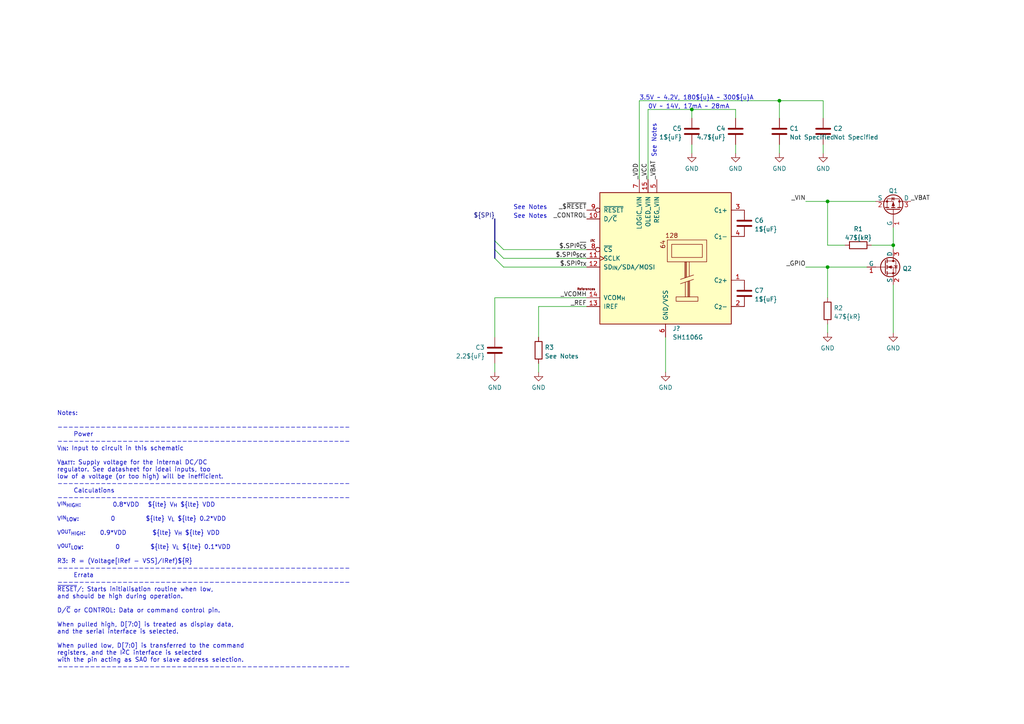
<source format=kicad_sch>
(kicad_sch (version 20211123) (generator eeschema)
  (paper "A4")
  (lib_symbols
    (symbol "0._Project:REF_FDN335N" (pin_names (offset 0))
      (property "Reference" "REF!" (at 5.207 0.8347 0))
      (property "Value" "REF_FDN335N" (at 5.207 -1.7022 0))
      (symbol "REF_FDN335N_0_1"
        (polyline (pts (xy 0.254 0) (xy -2.54 0)))
        (polyline (pts (xy 0.254 1.905) (xy 0.254 -1.905)) (stroke (width 0.254)))
        (polyline (pts (xy 0.762 -1.27) (xy 0.762 -2.286)) (stroke (width 0.254)))
        (polyline (pts (xy 0.762 0.508) (xy 0.762 -0.508)) (stroke (width 0.254)))
        (polyline (pts (xy 0.762 2.286) (xy 0.762 1.27)) (stroke (width 0.254)))
        (polyline (pts (xy 2.54 2.54) (xy 2.54 1.778)))
        (polyline (pts (xy 2.54 -2.54) (xy 2.54 0) (xy 0.762 0)))
        (polyline (pts (xy 0.762 -1.778) (xy 3.302 -1.778) (xy 3.302 1.778) (xy 0.762 1.778)))
        (polyline (pts (xy 1.016 0) (xy 2.032 0.381) (xy 2.032 -0.381) (xy 1.016 0)) (fill (type outline)))
        (polyline (pts (xy 2.794 0.508) (xy 2.921 0.381) (xy 3.683 0.381) (xy 3.81 0.254)))
        (polyline (pts (xy 3.302 0.381) (xy 2.921 -0.254) (xy 3.683 -0.254) (xy 3.302 0.381)))
        (circle (center 1.651 0) (radius 2.794) (stroke (width 0.254)))
        (circle (center 2.54 -1.778) (radius 0.254) (fill (type outline)))
        (circle (center 2.54 1.778) (radius 0.254) (fill (type outline)))
      )
      (symbol "REF_FDN335N_1_1"
        (pin input line (at -5.08 0 0) (length 2.54) (name "G") (number "1"))
        (pin passive line (at 2.54 -5.08 90) (length 2.54) (name "S") (number "2"))
        (pin passive line (at 2.54 5.08 270) (length 2.54) (name "D") (number "3"))
      )
    )
    (symbol "0._Project:REF_FDN338P" (pin_names (offset 0))
      (property "Reference" "REF!" (at 2.667 2.1047 0))
      (property "Value" "REF_FDN338P" (at 2.667 -0.4322 0))
      (symbol "REF_FDN338P_0_1"
        (circle (center -0.889 0) (radius 2.794) (stroke (width 0.254)))
        (circle (center 0 -1.778) (radius 0.254) (fill (type outline)))
        (polyline (pts (xy -2.286 0) (xy -5.08 0)))
        (polyline (pts (xy -2.286 1.905) (xy -2.286 -1.905)) (stroke (width 0.254)))
        (polyline (pts (xy -1.778 -1.27) (xy -1.778 -2.286)) (stroke (width 0.254)))
        (polyline (pts (xy -1.778 0.508) (xy -1.778 -0.508)) (stroke (width 0.254)))
        (polyline (pts (xy -1.778 2.286) (xy -1.778 1.27)) (stroke (width 0.254)))
        (polyline (pts (xy 0 2.54) (xy 0 1.778)))
        (polyline (pts (xy 0 -2.54) (xy 0 0) (xy -1.778 0)))
        (polyline (pts (xy -1.778 1.778) (xy 0.762 1.778) (xy 0.762 -1.778) (xy -1.778 -1.778)))
        (polyline (pts (xy -0.254 0) (xy -1.27 0.381) (xy -1.27 -0.381) (xy -0.254 0)) (fill (type outline)))
        (polyline (pts (xy 0.254 -0.508) (xy 0.381 -0.381) (xy 1.143 -0.381) (xy 1.27 -0.254)))
        (polyline (pts (xy 0.762 -0.381) (xy 0.381 0.254) (xy 1.143 0.254) (xy 0.762 -0.381)))
        (circle (center 0 1.778) (radius 0.254) (fill (type outline)))
      )
      (symbol "REF_FDN338P_1_1"
        (pin input line (at -7.62 0 0) (length 2.54) (name "G") (number "1"))
        (pin passive line (at 0 -5.08 90) (length 2.54) (name "S") (number "2"))
        (pin passive line (at 0 5.08 270) (length 2.54) (name "D") (number "3"))
      )
    )
    (symbol "0._Project:SH1106G" (pin_names (offset 1.016))
      (property "Reference" "J" (at 0 3.81 0))
      (property "Value" "SH1106G" (at 0 1.27 0))
      (symbol "SH1106G_0_0"
        (polyline (pts (xy 23.368 -26.416) (xy 27.178 -25.146)))
        (polyline (pts (xy 23.368 -25.146) (xy 27.178 -23.876)))
        (polyline (pts (xy 24.638 -24.638) (xy 24.638 -20.066)))
        (polyline (pts (xy 24.765 -26.035) (xy 24.765 -30.226)))
        (polyline (pts (xy 24.892 -24.638) (xy 24.892 -20.066)))
        (polyline (pts (xy 25.146 -24.511) (xy 25.146 -20.066)))
        (polyline (pts (xy 25.527 -25.781) (xy 25.527 -30.226)))
        (polyline (pts (xy 25.781 -25.654) (xy 25.781 -30.226)))
        (polyline (pts (xy 25.908 -24.257) (xy 25.908 -20.066)))
        (polyline (pts (xy 26.035 -25.654) (xy 26.035 -30.226)))
        (rectangle (start 0 0) (end 38.1 -38.1) (stroke (width 0.254)) (fill (type background)))
        (rectangle (start 19.558 -13.716) (end 30.988 -20.066))
        (rectangle (start 20.828 -18.796) (end 29.718 -14.986))
        (rectangle (start 22.098 -30.226) (end 28.448 -31.496))
        (text "128" (at 20.828 -12.446 0) (effects (font (size 1.27 1.27))))
        (text "64" (at 18.288 -14.986 900) (effects (font (size 1.27 1.27))))
        (text "I^{2}C" (at -1.27 -13.97 0) (effects (font (size 0.635 0.635)) (justify right)))
        (text "References" (at -1.27 -27.94 0) (effects (font (size 0.635 0.635)) (justify right)))
        (pin input line (at 41.91 -25.4 180) (length 3.81) (name "C_{2}+") (number "1"))
        (pin passive line (at -3.81 -7.62 0) (length 3.81) (name "D/~{C}") (number "10"))
        (pin input clock (at -3.81 -19.05 0) (length 3.81) (name "SCLK") (number "11"))
        (pin bidirectional line (at -3.81 -21.59 0) (length 3.81) (name "SD_{IN}/SDA/MOSI") (number "12"))
        (pin input line (at -3.81 -33.02 0) (length 3.81) (name "IREF") (number "13"))
        (pin output line (at -3.81 -30.48 0) (length 3.81) (name "VCOM_{H}") (number "14"))
        (pin power_in line (at 13.97 3.81 270) (length 3.81) (name "OLED_VIN") (number "15"))
        (pin power_in line (at 19.05 -41.91 90) (length 3.81) hide (name "GND/VSS") (number "16"))
        (pin input line (at 41.91 -33.02 180) (length 3.81) (name "C_{2}-") (number "2"))
        (pin input line (at 41.91 -5.08 180) (length 3.81) (name "C_{1}+") (number "3"))
        (pin input line (at 41.91 -12.7 180) (length 3.81) (name "C_{1}-") (number "4"))
        (pin power_in line (at 16.51 3.81 270) (length 3.81) (name "REG_VIN") (number "5"))
        (pin power_in line (at 19.05 -41.91 90) (length 3.81) (name "GND/VSS") (number "6"))
        (pin power_in line (at 11.43 3.81 270) (length 3.81) (name "LOGIC_VIN") (number "7"))
        (pin input inverted (at -3.81 -16.51 0) (length 3.81) (name "~{CS}") (number "8"))
        (pin input inverted (at -3.81 -5.08 0) (length 3.81) (name "~{RESET}") (number "9"))
      )
    )
    (symbol "4ms_Power-symbol:GND" (power) (pin_names (offset 0))
      (property "Value" "GND" (at 0 -3.81 0))
      (symbol "GND_0_1"
        (polyline (pts (xy 0 0) (xy 0 -1.27) (xy 1.27 -1.27) (xy 0 -2.54) (xy -1.27 -1.27) (xy 0 -1.27)))
      )
      (symbol "GND_1_1"
        (pin power_in line (at 0 0 270) (length 0) hide (name "GND") (number "1"))
      )
    )
    (symbol "Device:C" (pin_numbers hide) (pin_names (offset 0.254))
      (property "Reference" "C" (at 0.635 2.54 0))
      (property "Value" "C" (at 0.635 -2.54 0))
      (symbol "C_0_1"
        (polyline (pts (xy -2.032 -0.762) (xy 2.032 -0.762)) (stroke (width 0.508)))
        (polyline (pts (xy -2.032 0.762) (xy 2.032 0.762)) (stroke (width 0.508)))
      )
      (symbol "C_1_1"
        (pin passive line (at 0 3.81 270) (length 2.794) (name "~") (number "1"))
        (pin passive line (at 0 -3.81 90) (length 2.794) (name "~") (number "2"))
      )
    )
    (symbol "Device:R" (pin_numbers hide) (pin_names (offset 0))
      (property "Reference" "R" (at 2.032 0 90))
      (property "Value" "R" (at 0 0 90))
      (symbol "R_0_1"
        (rectangle (start -1.016 -2.54) (end 1.016 2.54) (stroke (width 0.254)))
      )
      (symbol "R_1_1"
        (pin passive line (at 0 3.81 270) (length 1.27) (name "~") (number "1"))
        (pin passive line (at 0 -3.81 90) (length 1.27) (name "~") (number "2"))
      )
    )
  )
  (junction (at 240.03 58.42))
  (junction (at 259.08 71.12))
  (junction (at 240.03 77.47))
  (junction (at 200.66 31.75))
  (junction (at 226.06 29.21))
  (bus_entry (at 143.51 69.85) (size 2.54 2.54))
  (bus_entry (at 143.51 74.93) (size 2.54 2.54))
  (bus_entry (at 143.51 72.39) (size 2.54 2.54))
  (wire (pts (xy 143.51 86.36) (xy 170.18 86.36)))
  (wire (pts (xy 213.36 34.29) (xy 213.36 31.75)))
  (wire (pts (xy 187.96 31.75) (xy 187.96 52.07)))
  (wire (pts (xy 226.06 29.21) (xy 185.42 29.21)))
  (wire (pts (xy 259.08 82.55) (xy 259.08 96.52)))
  (wire (pts (xy 240.03 93.98) (xy 240.03 96.52)))
  (wire (pts (xy 240.03 58.42) (xy 240.03 71.12)))
  (wire (pts (xy 156.21 97.79) (xy 156.21 88.9)))
  (bus (pts (xy 143.51 63.5) (xy 143.51 69.85)))
  (wire (pts (xy 193.04 107.95) (xy 193.04 97.79)))
  (wire (pts (xy 259.08 71.12) (xy 259.08 72.39)))
  (wire (pts (xy 238.76 41.91) (xy 238.76 44.45)))
  (wire (pts (xy 226.06 34.29) (xy 226.06 29.21)))
  (wire (pts (xy 226.06 41.91) (xy 226.06 44.45)))
  (wire (pts (xy 233.68 77.47) (xy 240.03 77.47)))
  (wire (pts (xy 146.05 77.47) (xy 170.18 77.47)))
  (wire (pts (xy 200.66 31.75) (xy 187.96 31.75)))
  (wire (pts (xy 213.36 41.91) (xy 213.36 44.45)))
  (wire (pts (xy 213.36 31.75) (xy 200.66 31.75)))
  (wire (pts (xy 238.76 29.21) (xy 226.06 29.21)))
  (wire (pts (xy 200.66 34.29) (xy 200.66 31.75)))
  (wire (pts (xy 146.05 72.39) (xy 170.18 72.39)))
  (wire (pts (xy 238.76 34.29) (xy 238.76 29.21)))
  (wire (pts (xy 156.21 105.41) (xy 156.21 107.95)))
  (wire (pts (xy 146.05 74.93) (xy 170.18 74.93)))
  (wire (pts (xy 240.03 58.42) (xy 233.68 58.42)))
  (wire (pts (xy 143.51 105.41) (xy 143.51 107.95)))
  (wire (pts (xy 259.08 71.12) (xy 252.73 71.12)))
  (wire (pts (xy 251.46 77.47) (xy 240.03 77.47)))
  (wire (pts (xy 156.21 88.9) (xy 170.18 88.9)))
  (wire (pts (xy 240.03 77.47) (xy 240.03 86.36)))
  (wire (pts (xy 259.08 66.04) (xy 259.08 71.12)))
  (wire (pts (xy 185.42 29.21) (xy 185.42 52.07)))
  (wire (pts (xy 200.66 41.91) (xy 200.66 44.45)))
  (wire (pts (xy 240.03 71.12) (xy 245.11 71.12)))
  (bus (pts (xy 143.51 69.85) (xy 143.51 72.39)))
  (wire (pts (xy 240.03 58.42) (xy 254 58.42)))
  (wire (pts (xy 143.51 97.79) (xy 143.51 86.36)))
  (bus (pts (xy 143.51 72.39) (xy 143.51 74.93)))
  (text "3.5V ~ 4.2V, 180${u}A ~ 300${u}A" (at 185.42 29.21 0) (effects (font (size 1.27 1.27)) (justify left bottom)))
  (text "Notes:\n\n------------------------------------------------------\n	Power \n------------------------------------------------------\nV_{IN}: Input to circuit in this schematic\n\nV_{BATT}: Supply voltage for the internal DC/DC\nregulator. See datasheet for ideal inputs, too\nlow of a voltage (or too high) will be inefficient.\n------------------------------------------------------\n	Calculations \n------------------------------------------------------\nV^{IN}_{HIGH}: 		0.8*VDD	${lte} V_{H} ${lte} VDD\n\nV^{IN}_{LOW}: 		0 		${lte} V_{L} ${lte} 0.2*VDD\n\nV^{OUT}_{HIGH}: 	0.9*VDD		${lte} V_{H} ${lte} VDD\n\nV^{OUT}_{LOW}: 		0		${lte} V_{L} ${lte} 0.1*VDD\n\nR3: R = (Voltage[IRef - VSS]/IRef)${R}\n------------------------------------------------------\n	Errata\n------------------------------------------------------\n~{RESET}/; Starts initialisation routine when low,\nand should be high during operation.\n\nD/~{C} or CONTROL: Data or command control pin. \n\nWhen pulled high, D[7:0] is treated as display data, \nand the serial interface is selected.\n\nWhen pulled low, D[7:0] is transferred to the command\nregisters, and the I^{2}C interface is selected\nwith the pin acting as SA0 for slave address selection.\n------------------------------------------------------\n" (at 16.51 194.31 0) (effects (font (size 1.27 1.27)) (justify left bottom)))
  (text "See Notes" (at 158.75 60.96 180) (effects (font (size 1.27 1.27)) (justify right bottom)))
  (text "See Notes" (at 190.5 45.72 90) (effects (font (size 1.27 1.27)) (justify left bottom)))
  (text "0V ~ 14V, 17mA ~ 28mA" (at 187.96 31.75 0) (effects (font (size 1.27 1.27)) (justify left bottom)))
  (text "See Notes" (at 158.75 63.5 180) (effects (font (size 1.27 1.27)) (justify right bottom)))
  (label "_VBAT" (at 264.16 58.42 0))
  (label "$.SPI^{0}_{~{CS}}" (at 170.18 72.39 180))
  (label "_$~{RESET}" (at 170.18 60.96 180))
  (label "_CONTROL" (at 170.18 63.5 180))
  (label "_GPIO" (at 233.68 77.47 180))
  (label "_VBAT" (at 190.5 52.07 90))
  (label "$.SPI^{0}_{SCK}" (at 170.18 74.93 180))
  (label "$.SPI^{0}_{TX}" (at 170.18 77.47 180))
  (label "_VCOMH" (at 170.18 86.36 180))
  (label "_VCC" (at 187.96 52.07 90))
  (label "${SPI}" (at 143.51 63.5 180))
  (label "_VDD" (at 185.42 52.07 90))
  (label "_REF" (at 170.18 88.9 180))
  (label "_VIN" (at 233.68 58.42 180))
  (symbol (lib_id "Device:C") (at 200.66 38.1 0) (mirror y) (unit 1)
    (property "Reference" "C5" (at 197.739 37.2653 0) (effects (justify left)))
    (property "Value" "1${uF}" (at 197.739 39.8022 0) (effects (justify left)))
  )
  (symbol (lib_id "4ms_Power-symbol:GND") (at 200.66 44.45 0) (mirror y) (unit 1)
    (property "Reference" "#PWR?" (effects hide))
    (property "Value" "GND" (at 200.66 48.8934 0))
  )
  (symbol (lib_id "0._Project:REF_FDN338P") (at 259.08 58.42 270) (mirror x) (unit 1)
    (property "Reference" "Q1" (at 257.7306 55.3522 90) (effects (justify left)))
    (property "Value" "REF_FDN338P" (effects hide))
    (property "Footprint" "Package_TO_SOT_SMD:SuperSOT-3" (effects hide))
    (property "Datasheet" "https://au.mouser.com/datasheet/2/308/1/FDN338P_D-1808170.pdf" (effects hide))
    (property "Vds" " 20 V " (effects hide))
    (property "Id" "1.6A (Ta)" (effects hide))
    (property "Rds On" "115${mR} @ 1.6A, 4.5V" (effects hide))
    (property "Vgs" "${+-}8V" (effects hide))
    (property "Vgs th" "1.5V @ 250µA" (effects hide))
    (property "Qg" "6.2 nC @ 4.5 V" (effects hide))
    (property "Mouser" " 512-FDN338P " (effects hide))
    (property "Digikey" "FDN338PCT-ND" (effects hide))
  )
  (symbol (lib_id "4ms_Power-symbol:GND") (at 240.03 96.52 0) (unit 1)
    (property "Reference" "#PWR?" (effects hide))
    (property "Value" "GND" (at 240.03 100.9634 0))
  )
  (symbol (lib_id "Device:R") (at 248.92 71.12 90) (unit 1)
    (property "Reference" "R1" (at 248.92 66.4042 90))
    (property "Value" "47${kR}" (at 248.92 68.9411 90))
  )
  (symbol (lib_id "4ms_Power-symbol:GND") (at 259.08 96.52 0) (unit 1)
    (property "Reference" "#PWR?" (effects hide))
    (property "Value" "GND" (at 259.08 100.9634 0))
  )
  (symbol (lib_id "Device:C") (at 213.36 38.1 0) (mirror y) (unit 1)
    (property "Reference" "C4" (at 210.439 37.2653 0) (effects (justify left)))
    (property "Value" "4.7${uF}" (at 210.439 39.8022 0) (effects (justify left)))
  )
  (symbol (lib_id "4ms_Power-symbol:GND") (at 143.51 107.95 0) (unit 1)
    (property "Reference" "#PWR?" (effects hide))
    (property "Value" "GND" (at 143.51 112.3934 0))
  )
  (symbol (lib_id "4ms_Power-symbol:GND") (at 213.36 44.45 0) (mirror y) (unit 1)
    (property "Reference" "#PWR?" (effects hide))
    (property "Value" "GND" (at 213.36 48.8934 0))
  )
  (symbol (lib_id "4ms_Power-symbol:GND") (at 193.04 107.95 0) (unit 1)
    (property "Reference" "#PWR?" (effects hide))
    (property "Value" "GND" (at 193.04 112.3934 0))
  )
  (symbol (lib_id "Device:R") (at 240.03 90.17 0) (unit 1)
    (property "Reference" "R2" (at 241.808 89.3353 0) (effects (justify left)))
    (property "Value" "47${kR}" (at 241.808 91.8722 0) (effects (justify left)))
  )
  (symbol (lib_id "4ms_Power-symbol:GND") (at 238.76 44.45 0) (unit 1)
    (property "Reference" "#PWR?" (effects hide))
    (property "Value" "GND" (at 238.76 48.8934 0))
  )
  (symbol (lib_id "4ms_Power-symbol:GND") (at 156.21 107.95 0) (unit 1)
    (property "Reference" "#PWR?" (effects hide))
    (property "Value" "GND" (at 156.21 112.3934 0))
  )
  (symbol (lib_id "Device:C") (at 143.51 101.6 0) (mirror y) (unit 1)
    (property "Reference" "C3" (at 140.589 100.7653 0) (effects (justify left)))
    (property "Value" "2.2${uF}" (at 140.589 103.3022 0) (effects (justify left)))
  )
  (symbol (lib_id "Device:C") (at 226.06 38.1 180) (unit 1)
    (property "Reference" "C1" (at 228.981 37.2653 0) (effects (justify right)))
    (property "Value" "Not Specified" (at 228.981 39.8022 0) (effects (justify right)))
  )
  (symbol (lib_id "4ms_Power-symbol:GND") (at 226.06 44.45 0) (unit 1)
    (property "Reference" "#PWR?" (effects hide))
    (property "Value" "GND" (at 226.06 48.8934 0))
  )
  (symbol (lib_id "Device:C") (at 215.9 85.09 0) (unit 1)
    (property "Reference" "C7" (at 218.821 84.2553 0) (effects (justify left)))
    (property "Value" "1${uF}" (at 218.821 86.7922 0) (effects (justify left)))
    (property "Dielectric" "X5R" (effects hide))
    (property "MaxVoltage" "16" (effects hide))
  )
  (symbol (lib_id "Device:C") (at 238.76 38.1 0) (unit 1)
    (property "Reference" "C2" (at 241.681 37.2653 0) (effects (justify left)))
    (property "Value" "Not Specified" (at 241.681 39.8022 0) (effects (justify left)))
  )
  (symbol (lib_id "0._Project:SH1106G") (at 173.99 55.88 0) (unit 1)
    (property "Reference" "J?" (at 195.0594 96.0104 0) (effects (justify left bottom)))
    (property "Value" "SH1106G" (at 195.0594 98.5473 0) (effects (justify left bottom)))
    (property "Footprint" "0.Connectors:GCT_FFC2B35-16" (effects hide))
    (property "Datasheet" "https://core-electronics.com.au/attachments/localcontent/5223-ds_85653d404ed.pdf" (effects hide))
  )
  (symbol (lib_id "Device:R") (at 156.21 101.6 0) (unit 1)
    (property "Reference" "R3" (at 157.988 100.7653 0) (effects (justify left)))
    (property "Value" "See Notes" (at 157.988 103.3022 0) (effects (justify left)))
  )
  (symbol (lib_id "0._Project:REF_FDN335N") (at 256.54 77.47 0) (unit 1)
    (property "Reference" "Q2" (at 261.747 77.9038 0) (effects (justify left)))
    (property "Value" "REF_FDN335N" (effects hide))
    (property "Footprint" "Package_TO_SOT_SMD:SuperSOT-3" (effects hide))
    (property "Datasheet" "https://rocelec.widen.net/view/pdf/jrgsufw62v/FAIRS15854-1.pdf" (effects hide))
    (property "Vds" " 20 V " (effects hide))
    (property "Id" " 1.6 A " (effects hide))
    (property "Rds On" " 115 ${mR}" (effects hide))
    (property "Vgs" "- 8 V, + 8 V " (effects hide))
    (property "Vgs th" " 1.5 V " (effects hide))
    (property "Qg" " 6.2 nC " (effects hide))
    (property "Mouser" " 512-FDN338P " (effects hide))
  )
  (symbol (lib_id "Device:C") (at 215.9 64.77 0) (unit 1)
    (property "Reference" "C6" (at 218.821 63.9353 0) (effects (justify left)))
    (property "Value" "1${uF}" (at 218.821 66.4722 0) (effects (justify left)))
    (property "Dielectric" "X5R" (effects hide))
    (property "MaxVoltage" "16" (effects hide))
  )
)
</source>
